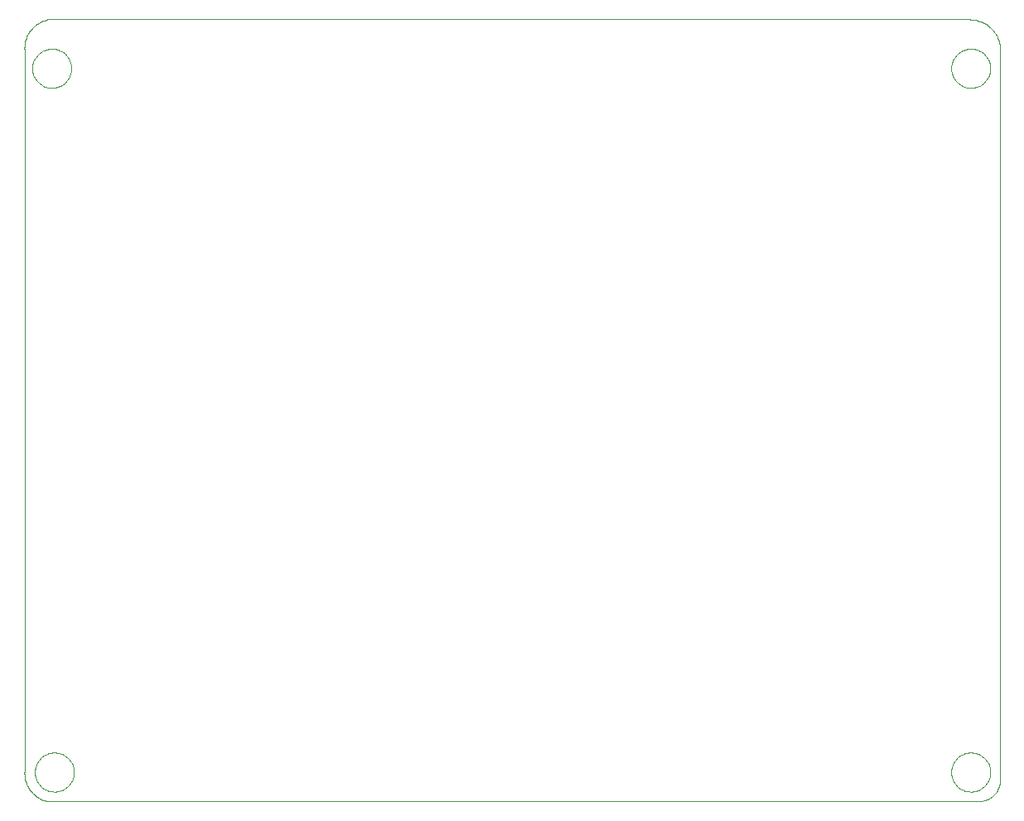
<source format=gbo>
G75*
G70*
%OFA0B0*%
%FSLAX24Y24*%
%IPPOS*%
%LPD*%
%AMOC8*
5,1,8,0,0,1.08239X$1,22.5*
%
%ADD10C,0.0000*%
D10*
X001176Y000158D02*
X038639Y000158D01*
X038697Y000160D01*
X038755Y000166D01*
X038812Y000175D01*
X038869Y000188D01*
X038924Y000205D01*
X038978Y000226D01*
X039031Y000249D01*
X039083Y000277D01*
X039132Y000307D01*
X039179Y000341D01*
X039224Y000378D01*
X039266Y000418D01*
X039306Y000460D01*
X039343Y000505D01*
X039377Y000552D01*
X039407Y000602D01*
X039435Y000653D01*
X039458Y000706D01*
X039479Y000760D01*
X039496Y000815D01*
X039509Y000872D01*
X039518Y000929D01*
X039524Y000987D01*
X039526Y001045D01*
X039526Y030418D01*
X039524Y030487D01*
X039518Y030556D01*
X039509Y030625D01*
X039495Y030693D01*
X039478Y030760D01*
X039457Y030826D01*
X039432Y030891D01*
X039404Y030954D01*
X039372Y031016D01*
X039337Y031076D01*
X039298Y031133D01*
X039256Y031189D01*
X039212Y031242D01*
X039164Y031292D01*
X039114Y031340D01*
X039061Y031384D01*
X039005Y031426D01*
X038948Y031465D01*
X038888Y031500D01*
X038826Y031532D01*
X038763Y031560D01*
X038698Y031585D01*
X038632Y031606D01*
X038565Y031623D01*
X038497Y031637D01*
X038428Y031646D01*
X038359Y031652D01*
X038290Y031654D01*
X001173Y031654D01*
X001108Y031639D01*
X001045Y031619D01*
X000982Y031596D01*
X000921Y031570D01*
X000861Y031540D01*
X000803Y031507D01*
X000748Y031470D01*
X000694Y031431D01*
X000642Y031389D01*
X000593Y031343D01*
X000547Y031296D01*
X000503Y031245D01*
X000463Y031192D01*
X000425Y031137D01*
X000390Y031080D01*
X000359Y031022D01*
X000331Y030961D01*
X000307Y030899D01*
X000286Y030836D01*
X000268Y030772D01*
X000254Y030706D01*
X000244Y030641D01*
X000238Y030574D01*
X000235Y030508D01*
X000236Y030441D01*
X000241Y030375D01*
X000249Y030309D01*
X000262Y030243D01*
X000262Y001572D01*
X000249Y001506D01*
X000241Y001440D01*
X000236Y001373D01*
X000235Y001307D01*
X000238Y001240D01*
X000244Y001173D01*
X000254Y001107D01*
X000268Y001042D01*
X000286Y000978D01*
X000307Y000914D01*
X000332Y000852D01*
X000360Y000791D01*
X000391Y000733D01*
X000426Y000675D01*
X000464Y000620D01*
X000504Y000567D01*
X000548Y000517D01*
X000595Y000469D01*
X000644Y000424D01*
X000695Y000381D01*
X000749Y000342D01*
X000805Y000305D01*
X000863Y000272D01*
X000923Y000242D01*
X000984Y000216D01*
X001047Y000193D01*
X001111Y000173D01*
X001176Y000158D01*
X000656Y001339D02*
X000658Y001395D01*
X000664Y001450D01*
X000674Y001504D01*
X000687Y001558D01*
X000705Y001611D01*
X000726Y001662D01*
X000750Y001712D01*
X000778Y001760D01*
X000810Y001806D01*
X000844Y001850D01*
X000882Y001891D01*
X000922Y001929D01*
X000965Y001964D01*
X001010Y001996D01*
X001058Y002025D01*
X001107Y002051D01*
X001158Y002073D01*
X001210Y002091D01*
X001264Y002105D01*
X001319Y002116D01*
X001374Y002123D01*
X001429Y002126D01*
X001485Y002125D01*
X001540Y002120D01*
X001595Y002111D01*
X001649Y002099D01*
X001702Y002082D01*
X001754Y002062D01*
X001804Y002038D01*
X001852Y002011D01*
X001899Y001981D01*
X001943Y001947D01*
X001985Y001910D01*
X002023Y001870D01*
X002060Y001828D01*
X002093Y001783D01*
X002122Y001737D01*
X002149Y001688D01*
X002171Y001637D01*
X002191Y001585D01*
X002206Y001531D01*
X002218Y001477D01*
X002226Y001422D01*
X002230Y001367D01*
X002230Y001311D01*
X002226Y001256D01*
X002218Y001201D01*
X002206Y001147D01*
X002191Y001093D01*
X002171Y001041D01*
X002149Y000990D01*
X002122Y000941D01*
X002093Y000895D01*
X002060Y000850D01*
X002023Y000808D01*
X001985Y000768D01*
X001943Y000731D01*
X001899Y000697D01*
X001852Y000667D01*
X001804Y000640D01*
X001754Y000616D01*
X001702Y000596D01*
X001649Y000579D01*
X001595Y000567D01*
X001540Y000558D01*
X001485Y000553D01*
X001429Y000552D01*
X001374Y000555D01*
X001319Y000562D01*
X001264Y000573D01*
X001210Y000587D01*
X001158Y000605D01*
X001107Y000627D01*
X001058Y000653D01*
X001010Y000682D01*
X000965Y000714D01*
X000922Y000749D01*
X000882Y000787D01*
X000844Y000828D01*
X000810Y000872D01*
X000778Y000918D01*
X000750Y000966D01*
X000726Y001016D01*
X000705Y001067D01*
X000687Y001120D01*
X000674Y001174D01*
X000664Y001228D01*
X000658Y001283D01*
X000656Y001339D01*
X000550Y029686D02*
X000552Y029742D01*
X000558Y029797D01*
X000568Y029851D01*
X000581Y029905D01*
X000599Y029958D01*
X000620Y030009D01*
X000644Y030059D01*
X000672Y030107D01*
X000704Y030153D01*
X000738Y030197D01*
X000776Y030238D01*
X000816Y030276D01*
X000859Y030311D01*
X000904Y030343D01*
X000952Y030372D01*
X001001Y030398D01*
X001052Y030420D01*
X001104Y030438D01*
X001158Y030452D01*
X001213Y030463D01*
X001268Y030470D01*
X001323Y030473D01*
X001379Y030472D01*
X001434Y030467D01*
X001489Y030458D01*
X001543Y030446D01*
X001596Y030429D01*
X001648Y030409D01*
X001698Y030385D01*
X001746Y030358D01*
X001793Y030328D01*
X001837Y030294D01*
X001879Y030257D01*
X001917Y030217D01*
X001954Y030175D01*
X001987Y030130D01*
X002016Y030084D01*
X002043Y030035D01*
X002065Y029984D01*
X002085Y029932D01*
X002100Y029878D01*
X002112Y029824D01*
X002120Y029769D01*
X002124Y029714D01*
X002124Y029658D01*
X002120Y029603D01*
X002112Y029548D01*
X002100Y029494D01*
X002085Y029440D01*
X002065Y029388D01*
X002043Y029337D01*
X002016Y029288D01*
X001987Y029242D01*
X001954Y029197D01*
X001917Y029155D01*
X001879Y029115D01*
X001837Y029078D01*
X001793Y029044D01*
X001746Y029014D01*
X001698Y028987D01*
X001648Y028963D01*
X001596Y028943D01*
X001543Y028926D01*
X001489Y028914D01*
X001434Y028905D01*
X001379Y028900D01*
X001323Y028899D01*
X001268Y028902D01*
X001213Y028909D01*
X001158Y028920D01*
X001104Y028934D01*
X001052Y028952D01*
X001001Y028974D01*
X000952Y029000D01*
X000904Y029029D01*
X000859Y029061D01*
X000816Y029096D01*
X000776Y029134D01*
X000738Y029175D01*
X000704Y029219D01*
X000672Y029265D01*
X000644Y029313D01*
X000620Y029363D01*
X000599Y029414D01*
X000581Y029467D01*
X000568Y029521D01*
X000558Y029575D01*
X000552Y029630D01*
X000550Y029686D01*
X037558Y029686D02*
X037560Y029742D01*
X037566Y029797D01*
X037576Y029851D01*
X037589Y029905D01*
X037607Y029958D01*
X037628Y030009D01*
X037652Y030059D01*
X037680Y030107D01*
X037712Y030153D01*
X037746Y030197D01*
X037784Y030238D01*
X037824Y030276D01*
X037867Y030311D01*
X037912Y030343D01*
X037960Y030372D01*
X038009Y030398D01*
X038060Y030420D01*
X038112Y030438D01*
X038166Y030452D01*
X038221Y030463D01*
X038276Y030470D01*
X038331Y030473D01*
X038387Y030472D01*
X038442Y030467D01*
X038497Y030458D01*
X038551Y030446D01*
X038604Y030429D01*
X038656Y030409D01*
X038706Y030385D01*
X038754Y030358D01*
X038801Y030328D01*
X038845Y030294D01*
X038887Y030257D01*
X038925Y030217D01*
X038962Y030175D01*
X038995Y030130D01*
X039024Y030084D01*
X039051Y030035D01*
X039073Y029984D01*
X039093Y029932D01*
X039108Y029878D01*
X039120Y029824D01*
X039128Y029769D01*
X039132Y029714D01*
X039132Y029658D01*
X039128Y029603D01*
X039120Y029548D01*
X039108Y029494D01*
X039093Y029440D01*
X039073Y029388D01*
X039051Y029337D01*
X039024Y029288D01*
X038995Y029242D01*
X038962Y029197D01*
X038925Y029155D01*
X038887Y029115D01*
X038845Y029078D01*
X038801Y029044D01*
X038754Y029014D01*
X038706Y028987D01*
X038656Y028963D01*
X038604Y028943D01*
X038551Y028926D01*
X038497Y028914D01*
X038442Y028905D01*
X038387Y028900D01*
X038331Y028899D01*
X038276Y028902D01*
X038221Y028909D01*
X038166Y028920D01*
X038112Y028934D01*
X038060Y028952D01*
X038009Y028974D01*
X037960Y029000D01*
X037912Y029029D01*
X037867Y029061D01*
X037824Y029096D01*
X037784Y029134D01*
X037746Y029175D01*
X037712Y029219D01*
X037680Y029265D01*
X037652Y029313D01*
X037628Y029363D01*
X037607Y029414D01*
X037589Y029467D01*
X037576Y029521D01*
X037566Y029575D01*
X037560Y029630D01*
X037558Y029686D01*
X037558Y001339D02*
X037560Y001395D01*
X037566Y001450D01*
X037576Y001504D01*
X037589Y001558D01*
X037607Y001611D01*
X037628Y001662D01*
X037652Y001712D01*
X037680Y001760D01*
X037712Y001806D01*
X037746Y001850D01*
X037784Y001891D01*
X037824Y001929D01*
X037867Y001964D01*
X037912Y001996D01*
X037960Y002025D01*
X038009Y002051D01*
X038060Y002073D01*
X038112Y002091D01*
X038166Y002105D01*
X038221Y002116D01*
X038276Y002123D01*
X038331Y002126D01*
X038387Y002125D01*
X038442Y002120D01*
X038497Y002111D01*
X038551Y002099D01*
X038604Y002082D01*
X038656Y002062D01*
X038706Y002038D01*
X038754Y002011D01*
X038801Y001981D01*
X038845Y001947D01*
X038887Y001910D01*
X038925Y001870D01*
X038962Y001828D01*
X038995Y001783D01*
X039024Y001737D01*
X039051Y001688D01*
X039073Y001637D01*
X039093Y001585D01*
X039108Y001531D01*
X039120Y001477D01*
X039128Y001422D01*
X039132Y001367D01*
X039132Y001311D01*
X039128Y001256D01*
X039120Y001201D01*
X039108Y001147D01*
X039093Y001093D01*
X039073Y001041D01*
X039051Y000990D01*
X039024Y000941D01*
X038995Y000895D01*
X038962Y000850D01*
X038925Y000808D01*
X038887Y000768D01*
X038845Y000731D01*
X038801Y000697D01*
X038754Y000667D01*
X038706Y000640D01*
X038656Y000616D01*
X038604Y000596D01*
X038551Y000579D01*
X038497Y000567D01*
X038442Y000558D01*
X038387Y000553D01*
X038331Y000552D01*
X038276Y000555D01*
X038221Y000562D01*
X038166Y000573D01*
X038112Y000587D01*
X038060Y000605D01*
X038009Y000627D01*
X037960Y000653D01*
X037912Y000682D01*
X037867Y000714D01*
X037824Y000749D01*
X037784Y000787D01*
X037746Y000828D01*
X037712Y000872D01*
X037680Y000918D01*
X037652Y000966D01*
X037628Y001016D01*
X037607Y001067D01*
X037589Y001120D01*
X037576Y001174D01*
X037566Y001228D01*
X037560Y001283D01*
X037558Y001339D01*
M02*

</source>
